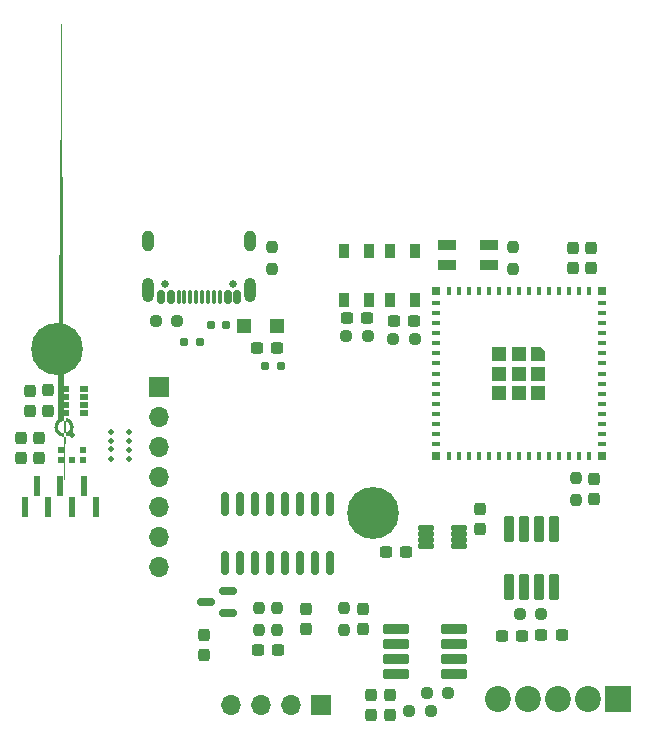
<source format=gbr>
%TF.GenerationSoftware,KiCad,Pcbnew,8.0.5*%
%TF.CreationDate,2024-09-28T10:16:11+02:00*%
%TF.ProjectId,Slave,536c6176-652e-46b6-9963-61645f706362,rev?*%
%TF.SameCoordinates,Original*%
%TF.FileFunction,Soldermask,Top*%
%TF.FilePolarity,Negative*%
%FSLAX46Y46*%
G04 Gerber Fmt 4.6, Leading zero omitted, Abs format (unit mm)*
G04 Created by KiCad (PCBNEW 8.0.5) date 2024-09-28 10:16:11*
%MOMM*%
%LPD*%
G01*
G04 APERTURE LIST*
G04 Aperture macros list*
%AMRoundRect*
0 Rectangle with rounded corners*
0 $1 Rounding radius*
0 $2 $3 $4 $5 $6 $7 $8 $9 X,Y pos of 4 corners*
0 Add a 4 corners polygon primitive as box body*
4,1,4,$2,$3,$4,$5,$6,$7,$8,$9,$2,$3,0*
0 Add four circle primitives for the rounded corners*
1,1,$1+$1,$2,$3*
1,1,$1+$1,$4,$5*
1,1,$1+$1,$6,$7*
1,1,$1+$1,$8,$9*
0 Add four rect primitives between the rounded corners*
20,1,$1+$1,$2,$3,$4,$5,0*
20,1,$1+$1,$4,$5,$6,$7,0*
20,1,$1+$1,$6,$7,$8,$9,0*
20,1,$1+$1,$8,$9,$2,$3,0*%
%AMOutline5P*
0 Free polygon, 5 corners , with rotation*
0 The origin of the aperture is its center*
0 number of corners: always 5*
0 $1 to $10 corner X, Y*
0 $11 Rotation angle, in degrees counterclockwise*
0 create outline with 5 corners*
4,1,5,$1,$2,$3,$4,$5,$6,$7,$8,$9,$10,$1,$2,$11*%
%AMOutline6P*
0 Free polygon, 6 corners , with rotation*
0 The origin of the aperture is its center*
0 number of corners: always 6*
0 $1 to $12 corner X, Y*
0 $13 Rotation angle, in degrees counterclockwise*
0 create outline with 6 corners*
4,1,6,$1,$2,$3,$4,$5,$6,$7,$8,$9,$10,$11,$12,$1,$2,$13*%
%AMOutline7P*
0 Free polygon, 7 corners , with rotation*
0 The origin of the aperture is its center*
0 number of corners: always 7*
0 $1 to $14 corner X, Y*
0 $15 Rotation angle, in degrees counterclockwise*
0 create outline with 7 corners*
4,1,7,$1,$2,$3,$4,$5,$6,$7,$8,$9,$10,$11,$12,$13,$14,$1,$2,$15*%
%AMOutline8P*
0 Free polygon, 8 corners , with rotation*
0 The origin of the aperture is its center*
0 number of corners: always 8*
0 $1 to $16 corner X, Y*
0 $17 Rotation angle, in degrees counterclockwise*
0 create outline with 8 corners*
4,1,8,$1,$2,$3,$4,$5,$6,$7,$8,$9,$10,$11,$12,$13,$14,$15,$16,$1,$2,$17*%
%AMFreePoly0*
4,1,53,0.180798,1.454629,0.352531,1.394537,0.506585,1.297738,0.635238,1.169085,0.732037,1.015031,0.792129,0.843298,0.812500,0.662500,0.792129,0.481702,0.732037,0.309969,0.635238,0.155915,0.506585,0.027262,0.352531,-0.069537,0.180798,-0.129629,0.000000,-0.150000,-0.180798,-0.129629,-0.352531,-0.069537,-0.506585,0.027262,-0.635238,0.155915,-0.732037,0.309969,-0.792129,0.481702,
-0.812500,0.662500,-0.517770,0.662500,-0.496797,0.516627,-0.435576,0.382572,-0.339067,0.271196,-0.215089,0.191520,-0.073686,0.150000,0.073686,0.150000,0.215089,0.191520,0.339067,0.271196,0.435576,0.382572,0.496797,0.516627,0.517770,0.662500,0.496797,0.808373,0.435576,0.942428,0.339067,1.053804,0.215089,1.133480,0.073686,1.175000,-0.073686,1.175000,-0.215089,1.133480,
-0.339067,1.053804,-0.435576,0.942428,-0.496797,0.808373,-0.517770,0.662500,-0.812500,0.662500,-0.792129,0.843298,-0.732037,1.015031,-0.635238,1.169085,-0.506585,1.297738,-0.352531,1.394537,-0.180798,1.454629,0.000000,1.475000,0.180798,1.454629,0.180798,1.454629,$1*%
G04 Aperture macros list end*
%ADD10R,1.700000X1.700000*%
%ADD11O,1.700000X1.700000*%
%ADD12RoundRect,0.237500X-0.300000X-0.237500X0.300000X-0.237500X0.300000X0.237500X-0.300000X0.237500X0*%
%ADD13RoundRect,0.237500X-0.237500X0.300000X-0.237500X-0.300000X0.237500X-0.300000X0.237500X0.300000X0*%
%ADD14RoundRect,0.237500X0.300000X0.237500X-0.300000X0.237500X-0.300000X-0.237500X0.300000X-0.237500X0*%
%ADD15RoundRect,0.237500X0.237500X-0.250000X0.237500X0.250000X-0.237500X0.250000X-0.237500X-0.250000X0*%
%ADD16C,0.650000*%
%ADD17RoundRect,0.150000X0.150000X0.425000X-0.150000X0.425000X-0.150000X-0.425000X0.150000X-0.425000X0*%
%ADD18RoundRect,0.075000X0.075000X0.500000X-0.075000X0.500000X-0.075000X-0.500000X0.075000X-0.500000X0*%
%ADD19O,1.000000X2.100000*%
%ADD20O,1.000000X1.800000*%
%ADD21C,0.500000*%
%ADD22RoundRect,0.150000X0.587500X0.150000X-0.587500X0.150000X-0.587500X-0.150000X0.587500X-0.150000X0*%
%ADD23RoundRect,0.059250X0.602750X0.177750X-0.602750X0.177750X-0.602750X-0.177750X0.602750X-0.177750X0*%
%ADD24R,2.200000X2.200000*%
%ADD25C,2.200000*%
%ADD26RoundRect,0.237500X0.250000X0.237500X-0.250000X0.237500X-0.250000X-0.237500X0.250000X-0.237500X0*%
%ADD27R,0.600000X0.522000*%
%ADD28FreePoly0,270.000000*%
%ADD29RoundRect,0.237500X-0.250000X-0.237500X0.250000X-0.237500X0.250000X0.237500X-0.250000X0.237500X0*%
%ADD30RoundRect,0.102000X-0.250000X-0.175000X0.250000X-0.175000X0.250000X0.175000X-0.250000X0.175000X0*%
%ADD31R,0.600000X1.750000*%
%ADD32RoundRect,0.100500X0.986500X0.301500X-0.986500X0.301500X-0.986500X-0.301500X0.986500X-0.301500X0*%
%ADD33RoundRect,0.102000X0.325000X-0.525000X0.325000X0.525000X-0.325000X0.525000X-0.325000X-0.525000X0*%
%ADD34RoundRect,0.150000X0.150000X-0.850000X0.150000X0.850000X-0.150000X0.850000X-0.150000X-0.850000X0*%
%ADD35R,0.400000X0.800000*%
%ADD36R,0.800000X0.400000*%
%ADD37Outline5P,-0.600000X0.204000X-0.204000X0.600000X0.600000X0.600000X0.600000X-0.600000X-0.600000X-0.600000X270.000000*%
%ADD38R,1.200000X1.200000*%
%ADD39R,0.800000X0.800000*%
%ADD40C,0.700000*%
%ADD41C,4.400000*%
%ADD42RoundRect,0.100500X-0.301500X0.986500X-0.301500X-0.986500X0.301500X-0.986500X0.301500X0.986500X0*%
%ADD43RoundRect,0.237500X0.237500X-0.300000X0.237500X0.300000X-0.237500X0.300000X-0.237500X-0.300000X0*%
%ADD44RoundRect,0.102000X0.240000X0.200000X-0.240000X0.200000X-0.240000X-0.200000X0.240000X-0.200000X0*%
%ADD45RoundRect,0.102000X-0.325000X0.525000X-0.325000X-0.525000X0.325000X-0.525000X0.325000X0.525000X0*%
%ADD46R,1.600000X0.850000*%
%ADD47RoundRect,0.102000X-0.240000X-0.200000X0.240000X-0.200000X0.240000X0.200000X-0.240000X0.200000X0*%
G04 APERTURE END LIST*
D10*
%TO.C,J3*%
X34798000Y-52324000D03*
D11*
X34798000Y-54864000D03*
X34798000Y-57404000D03*
X34798000Y-59944000D03*
X34798000Y-62484000D03*
X34798000Y-65024000D03*
X34798000Y-67564000D03*
%TD*%
D12*
%TO.C,C17*%
X67163500Y-73365500D03*
X68888500Y-73365500D03*
%TD*%
D13*
%TO.C,C1*%
X61976000Y-62637500D03*
X61976000Y-64362500D03*
%TD*%
%TO.C,C15*%
X52070000Y-71135000D03*
X52070000Y-72860000D03*
%TD*%
D14*
%TO.C,C3*%
X56412500Y-46736000D03*
X54687500Y-46736000D03*
%TD*%
D13*
%TO.C,C19*%
X52762000Y-78385500D03*
X52762000Y-80110500D03*
%TD*%
D15*
%TO.C,R6*%
X44390000Y-42312500D03*
X44390000Y-40487500D03*
%TD*%
D13*
%TO.C,C6*%
X23114000Y-56649600D03*
X23114000Y-58374600D03*
%TD*%
D16*
%TO.C,J1*%
X41092000Y-43629000D03*
X35312000Y-43629000D03*
D17*
X41402000Y-44704000D03*
X40602000Y-44704000D03*
D18*
X39452000Y-44704000D03*
X38452000Y-44704000D03*
X37952000Y-44704000D03*
X36952000Y-44704000D03*
D17*
X35802000Y-44704000D03*
X35002000Y-44704000D03*
X35002000Y-44704000D03*
X35802000Y-44704000D03*
D18*
X36452000Y-44704000D03*
X37452000Y-44704000D03*
X38952000Y-44704000D03*
X39952000Y-44704000D03*
D17*
X40602000Y-44704000D03*
X41402000Y-44704000D03*
D19*
X42522000Y-44129000D03*
D20*
X42522000Y-39949000D03*
D19*
X33882000Y-44129000D03*
D20*
X33882000Y-39949000D03*
%TD*%
D12*
%TO.C,C4*%
X50699500Y-46482000D03*
X52424500Y-46482000D03*
%TD*%
D13*
%TO.C,C8*%
X23838000Y-52645500D03*
X23838000Y-54370500D03*
%TD*%
D21*
%TO.C,*%
X32258000Y-58420000D03*
%TD*%
D22*
%TO.C,Q2*%
X40662500Y-71512000D03*
X40662500Y-69612000D03*
X38787500Y-70562000D03*
%TD*%
D23*
%TO.C,U2*%
X60206000Y-65774000D03*
X60206000Y-65274000D03*
X60206000Y-64774000D03*
X60206000Y-64274000D03*
X57396000Y-64274000D03*
X57396000Y-64774000D03*
X57396000Y-65274000D03*
X57396000Y-65774000D03*
%TD*%
D24*
%TO.C,J2*%
X73660000Y-78770000D03*
D25*
X71120000Y-78770000D03*
X68580000Y-78770000D03*
X66040000Y-78770000D03*
X63500000Y-78770000D03*
%TD*%
D21*
%TO.C,*%
X32234000Y-56884000D03*
%TD*%
D26*
%TO.C,R12*%
X67160500Y-71587500D03*
X65335500Y-71587500D03*
%TD*%
D13*
%TO.C,C18*%
X54356000Y-78385500D03*
X54356000Y-80110500D03*
%TD*%
D21*
%TO.C,*%
X32234000Y-56134000D03*
%TD*%
D10*
%TO.C,J4*%
X48504000Y-79248000D03*
D11*
X45964000Y-79248000D03*
X43424000Y-79248000D03*
X40884000Y-79248000D03*
%TD*%
D21*
%TO.C,*%
X30734000Y-56884000D03*
%TD*%
%TO.C,MK1*%
X27432000Y-56440000D03*
D27*
X28332000Y-58514000D03*
X28332000Y-57692000D03*
D28*
X26769500Y-56440000D03*
D27*
X26532000Y-57692000D03*
X26532000Y-58514000D03*
X27432000Y-58514000D03*
%TD*%
D21*
%TO.C,*%
X30734000Y-58420000D03*
%TD*%
D29*
%TO.C,R17*%
X55983500Y-79756000D03*
X57808500Y-79756000D03*
%TD*%
D30*
%TO.C,U3*%
X28448000Y-52548000D03*
X28448000Y-53198000D03*
X28448000Y-53848000D03*
X28448000Y-54498000D03*
X26848000Y-54498000D03*
X26848000Y-53848000D03*
X26848000Y-53198000D03*
X26848000Y-52548000D03*
%TD*%
D31*
%TO.C,J5*%
X23432000Y-62484000D03*
X24432000Y-60734000D03*
X25432000Y-62484000D03*
X26432000Y-60734000D03*
X27432000Y-62484000D03*
X28432000Y-60734000D03*
X29432000Y-62484000D03*
%TD*%
D21*
%TO.C,*%
X32234000Y-57634000D03*
%TD*%
D14*
%TO.C,C16*%
X65522500Y-73400000D03*
X63797500Y-73400000D03*
%TD*%
D32*
%TO.C,U4*%
X59765000Y-76635000D03*
X59765000Y-75365000D03*
X59765000Y-74095000D03*
X59765000Y-72825000D03*
X54825000Y-72825000D03*
X54825000Y-74095000D03*
X54825000Y-75365000D03*
X54825000Y-76635000D03*
%TD*%
D26*
%TO.C,R7*%
X36332500Y-46736000D03*
X34507500Y-46736000D03*
%TD*%
D33*
%TO.C,SW1*%
X54356000Y-44958000D03*
X54356000Y-40808000D03*
X56506000Y-44958000D03*
X56506000Y-40808000D03*
%TD*%
D34*
%TO.C,U5*%
X40360000Y-67220000D03*
X41630000Y-67220000D03*
X42900000Y-67220000D03*
X44170000Y-67220000D03*
X45440000Y-67220000D03*
X46710000Y-67220000D03*
X47980000Y-67220000D03*
X49250000Y-67220000D03*
X49250000Y-62220000D03*
X47980000Y-62220000D03*
X46710000Y-62220000D03*
X45440000Y-62220000D03*
X44170000Y-62220000D03*
X42900000Y-62220000D03*
X41630000Y-62220000D03*
X40360000Y-62220000D03*
%TD*%
D35*
%TO.C,U1*%
X71218000Y-44196000D03*
X70368000Y-44196000D03*
X69518000Y-44196000D03*
X68668000Y-44196000D03*
X67818000Y-44196000D03*
X66968000Y-44196000D03*
X66118000Y-44196000D03*
X65268000Y-44196000D03*
X64418000Y-44196000D03*
X63568000Y-44196000D03*
X62718000Y-44196000D03*
X61868000Y-44196000D03*
X61018000Y-44196000D03*
X60168000Y-44196000D03*
X59318000Y-44196000D03*
D36*
X58268000Y-45246000D03*
X58268000Y-46096000D03*
X58268000Y-46946000D03*
X58268000Y-47796000D03*
X58268000Y-48646000D03*
X58268000Y-49496000D03*
X58268000Y-50346000D03*
X58268000Y-51196000D03*
X58268000Y-52046000D03*
X58268000Y-52896000D03*
X58268000Y-53746000D03*
X58268000Y-54596000D03*
X58268000Y-55446000D03*
X58268000Y-56296000D03*
X58268000Y-57146000D03*
D35*
X59318000Y-58196000D03*
X60168000Y-58196000D03*
X61018000Y-58196000D03*
X61868000Y-58196000D03*
X62718000Y-58196000D03*
X63568000Y-58196000D03*
X64418000Y-58196000D03*
X65268000Y-58196000D03*
X66118000Y-58196000D03*
X66968000Y-58196000D03*
X67818000Y-58196000D03*
X68668000Y-58196000D03*
X69518000Y-58196000D03*
X70368000Y-58196000D03*
X71218000Y-58196000D03*
D36*
X72268000Y-57146000D03*
X72268000Y-56296000D03*
X72268000Y-55446000D03*
X72268000Y-54596000D03*
X72268000Y-53746000D03*
X72268000Y-52896000D03*
X72268000Y-52046000D03*
X72268000Y-51196000D03*
X72268000Y-50346000D03*
X72268000Y-49496000D03*
X72268000Y-48646000D03*
X72268000Y-47796000D03*
X72268000Y-46946000D03*
X72268000Y-46096000D03*
X72268000Y-45246000D03*
D37*
X66918000Y-49546000D03*
D38*
X65268000Y-49546000D03*
X63618000Y-49546000D03*
X66918000Y-51196000D03*
X65268000Y-51196000D03*
X63618000Y-51196000D03*
X66918000Y-52846000D03*
X65268000Y-52846000D03*
X63618000Y-52846000D03*
D39*
X72268000Y-44196000D03*
X58268000Y-44196000D03*
X58268000Y-58196000D03*
X72268000Y-58196000D03*
%TD*%
D13*
%TO.C,C14*%
X47244000Y-71127500D03*
X47244000Y-72852500D03*
%TD*%
D14*
%TO.C,C2*%
X44822500Y-49060000D03*
X43097500Y-49060000D03*
%TD*%
D15*
%TO.C,R11*%
X70104000Y-61872500D03*
X70104000Y-60047500D03*
%TD*%
%TO.C,R8*%
X64770000Y-42314500D03*
X64770000Y-40489500D03*
%TD*%
D12*
%TO.C,C13*%
X43180500Y-74626000D03*
X44905500Y-74626000D03*
%TD*%
D40*
%TO.C,H2*%
X24512000Y-49149000D03*
X24995274Y-47982274D03*
X24995274Y-50315726D03*
X26162000Y-47499000D03*
D41*
X26162000Y-49149000D03*
D40*
X26162000Y-50799000D03*
X27328726Y-47982274D03*
X27328726Y-50315726D03*
X27812000Y-49149000D03*
%TD*%
D42*
%TO.C,U6*%
X68199000Y-64332000D03*
X66929000Y-64332000D03*
X65659000Y-64332000D03*
X64389000Y-64332000D03*
X64389000Y-69272000D03*
X65659000Y-69272000D03*
X66929000Y-69272000D03*
X68199000Y-69272000D03*
%TD*%
D38*
%TO.C,D2*%
X44770000Y-47130000D03*
X41970000Y-47130000D03*
%TD*%
D43*
%TO.C,C9*%
X71374000Y-42264500D03*
X71374000Y-40539500D03*
%TD*%
D44*
%TO.C,D3*%
X40497500Y-47120000D03*
X39177500Y-47120000D03*
%TD*%
D15*
%TO.C,R15*%
X50502000Y-72910000D03*
X50502000Y-71085000D03*
%TD*%
%TO.C,R13*%
X43281000Y-72895000D03*
X43281000Y-71070000D03*
%TD*%
D13*
%TO.C,C5*%
X24638000Y-56649600D03*
X24638000Y-58374600D03*
%TD*%
D14*
%TO.C,C20*%
X55726500Y-66294000D03*
X54001500Y-66294000D03*
%TD*%
D29*
%TO.C,R9*%
X54637500Y-48260000D03*
X56462500Y-48260000D03*
%TD*%
D15*
%TO.C,R14*%
X44805000Y-72895000D03*
X44805000Y-71070000D03*
%TD*%
D13*
%TO.C,C11*%
X38582000Y-73295500D03*
X38582000Y-75020500D03*
%TD*%
D45*
%TO.C,SW2*%
X52578000Y-40808000D03*
X52578000Y-44958000D03*
X50428000Y-40808000D03*
X50428000Y-44958000D03*
%TD*%
D21*
%TO.C,*%
X30734000Y-56134000D03*
%TD*%
D46*
%TO.C,D5*%
X59210000Y-40273000D03*
X59210000Y-42023000D03*
X62710000Y-42023000D03*
X62710000Y-40273000D03*
%TD*%
D13*
%TO.C,C7*%
X25400000Y-52604500D03*
X25400000Y-54329500D03*
%TD*%
D47*
%TO.C,D4*%
X43800000Y-50530000D03*
X45120000Y-50530000D03*
%TD*%
D26*
%TO.C,R16*%
X59290000Y-78232000D03*
X57465000Y-78232000D03*
%TD*%
D43*
%TO.C,C10*%
X69850000Y-42264500D03*
X69850000Y-40539500D03*
%TD*%
D21*
%TO.C,*%
X30734000Y-57600000D03*
%TD*%
D40*
%TO.C,H1*%
X51285274Y-62968274D03*
X51768548Y-61801548D03*
X51768548Y-64135000D03*
X52935274Y-61318274D03*
D41*
X52935274Y-62968274D03*
D40*
X52935274Y-64618274D03*
X54102000Y-61801548D03*
X54102000Y-64135000D03*
X54585274Y-62968274D03*
%TD*%
D26*
%TO.C,R10*%
X52474500Y-48006000D03*
X50649500Y-48006000D03*
%TD*%
D13*
%TO.C,C12*%
X71628000Y-60097500D03*
X71628000Y-61822500D03*
%TD*%
D47*
%TO.C,D1*%
X36940000Y-48514000D03*
X38260000Y-48514000D03*
%TD*%
M02*

</source>
